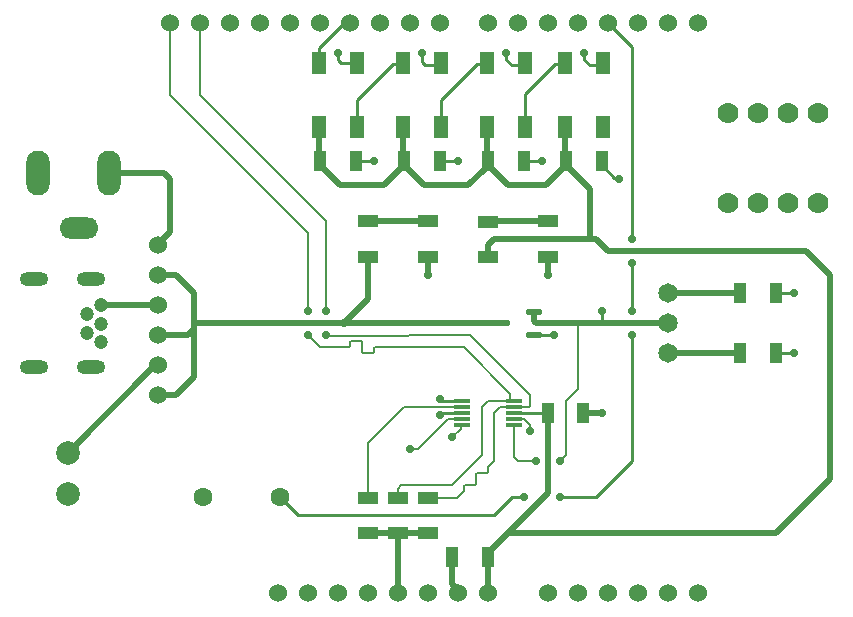
<source format=gtl>
G04*
G04 #@! TF.GenerationSoftware,Altium Limited,Altium Designer,25.4.2 (15)*
G04*
G04 Layer_Physical_Order=1*
G04 Layer_Color=255*
%FSLAX44Y44*%
%MOMM*%
G71*
G04*
G04 #@! TF.SameCoordinates,F20BE116-99DB-4855-A558-1B6AC0D64E7D*
G04*
G04*
G04 #@! TF.FilePolarity,Positive*
G04*
G01*
G75*
%ADD10C,0.1524*%
%ADD11C,0.2540*%
%ADD17R,1.1176X1.8034*%
%ADD18R,1.2065X1.9000*%
%ADD19R,1.8034X1.1176*%
G04:AMPARAMS|DCode=20|XSize=1.35mm|YSize=0.59mm|CornerRadius=0.1475mm|HoleSize=0mm|Usage=FLASHONLY|Rotation=180.000|XOffset=0mm|YOffset=0mm|HoleType=Round|Shape=RoundedRectangle|*
%AMROUNDEDRECTD20*
21,1,1.3500,0.2950,0,0,180.0*
21,1,1.0550,0.5900,0,0,180.0*
1,1,0.2950,-0.5275,0.1475*
1,1,0.2950,0.5275,0.1475*
1,1,0.2950,0.5275,-0.1475*
1,1,0.2950,-0.5275,-0.1475*
%
%ADD20ROUNDEDRECTD20*%
%ADD21R,1.4700X0.3000*%
%ADD22R,1.4500X0.3000*%
%ADD39C,0.1524*%
%ADD40C,0.5080*%
%ADD41C,1.6000*%
%ADD42C,1.5240*%
%ADD43C,1.7780*%
%ADD44O,2.4000X1.2000*%
%ADD45C,1.2000*%
%ADD46O,2.0000X3.8000*%
%ADD47O,3.3000X1.8000*%
%ADD48C,2.0000*%
%ADD49C,1.6500*%
%ADD50C,0.7112*%
D10*
X645160Y650240D02*
X751840Y543560D01*
X645160Y650240D02*
Y711200D01*
X751840Y467360D02*
Y543560D01*
X619760Y650240D02*
X736600Y533400D01*
Y467360D02*
Y533400D01*
X619760Y650240D02*
Y707763D01*
X965200Y401320D02*
Y457200D01*
X949960Y340360D02*
Y340600D01*
X955040Y391160D02*
X965200Y401320D01*
X955040Y345680D02*
Y391160D01*
X949960Y340600D02*
X955040Y345680D01*
X838200Y309372D02*
X862707D01*
X868680Y315345D01*
Y319147D01*
X787400Y309372D02*
Y355600D01*
X817800Y386000D02*
X867000D01*
X787400Y355600D02*
X817800Y386000D01*
X899080D02*
X911000D01*
X894080Y381000D02*
X899080Y386000D01*
X894080Y340360D02*
Y381000D01*
X889000Y335280D02*
X894080Y340360D01*
X889000Y331093D02*
Y335280D01*
X888107Y330200D02*
X889000Y331093D01*
X879733Y330200D02*
X888107D01*
X878840Y329307D02*
X879733Y330200D01*
X878840Y320933D02*
Y329307D01*
X877947Y320040D02*
X878840Y320933D01*
X869573Y320040D02*
X877947D01*
X868680Y319147D02*
X869573Y320040D01*
X815594D02*
X858520D01*
X812800Y317246D02*
X815594Y320040D01*
X812800Y309372D02*
Y317246D01*
X888840Y391000D02*
X908107D01*
X883920Y386080D02*
X888840Y391000D01*
X883920Y345440D02*
Y386080D01*
X858520Y320040D02*
X883920Y345440D01*
X771176Y437042D02*
X771714Y437580D01*
X746598Y437042D02*
X771176D01*
X771714Y437580D02*
X772160Y438026D01*
X736600Y447040D02*
X746598Y437042D01*
X772160Y438026D02*
Y441067D01*
X752856Y446024D02*
X771362D01*
X771377Y446024D01*
X751840Y447040D02*
X752856Y446024D01*
X771377Y446024D02*
X872497Y447040D01*
X873760D02*
X924406Y396394D01*
X872497Y447040D02*
X873760D01*
X908107Y391738D02*
X908845Y391000D01*
X908107Y391738D02*
Y397453D01*
X792480Y432693D02*
Y435987D01*
X793373Y436880D02*
X868680D01*
X792480Y435987D02*
X793373Y436880D01*
X791587Y431800D02*
X792480Y432693D01*
X783213Y431800D02*
X791587D01*
X782320Y432693D02*
X783213Y431800D01*
X782320Y432693D02*
Y441067D01*
X781427Y441960D02*
X782320Y441067D01*
X773053Y441960D02*
X781427D01*
X772160Y441067D02*
X773053Y441960D01*
X868680Y436880D02*
X908107Y397453D01*
X908845Y391000D02*
X911000D01*
Y376000D02*
X914320D01*
X919718Y375802D02*
X924560Y370960D01*
Y365760D02*
Y370960D01*
X914320Y376000D02*
X914518Y375802D01*
X919718D01*
X924406Y387091D02*
Y396394D01*
X923513Y386198D02*
X924406Y387091D01*
X911198Y386198D02*
X923513D01*
X911000Y386000D02*
X911198Y386198D01*
X914400Y340360D02*
X929640D01*
X911000Y343760D02*
Y371000D01*
Y343760D02*
X914400Y340360D01*
X865947Y368107D02*
Y370262D01*
X866685Y371000D02*
X867000D01*
X858520Y360680D02*
X865947Y368107D01*
Y370262D02*
X866685Y371000D01*
X822960Y350520D02*
X829742D01*
X855142Y375920D01*
X866920D01*
X867000Y376000D01*
D11*
X985266Y590931D02*
X995765Y580432D01*
X999448D01*
X1000323Y579557D01*
X1010920Y528320D02*
Y690880D01*
X990600Y711200D02*
X1010920Y690880D01*
Y467360D02*
Y508000D01*
Y340360D02*
Y447040D01*
X980440Y309880D02*
X1010920Y340360D01*
X778129Y646049D02*
X808636Y676556D01*
X778129Y623240D02*
Y646049D01*
X764976Y677240D02*
X778129D01*
X762000Y680216D02*
Y685800D01*
Y680216D02*
X764976Y677240D01*
X769730Y708770D02*
X772160Y711200D01*
X764650Y708770D02*
X769730D01*
X745871Y689991D02*
X764650Y708770D01*
X745871Y677240D02*
Y689991D01*
X816307Y676556D02*
X816991Y677240D01*
X808636Y676556D02*
X816307D01*
X920369Y623240D02*
Y651129D01*
X945796Y676556D01*
X849249Y646049D02*
X879756Y676556D01*
X909320Y675640D02*
X918769D01*
X904523Y680437D02*
X909320Y675640D01*
X904523Y680437D02*
Y685517D01*
X879756Y676556D02*
X887427D01*
X888111Y677240D01*
X849249Y623240D02*
Y646049D01*
X953467Y676556D02*
X954151Y677240D01*
X945796Y676556D02*
X953467D01*
X776986Y594360D02*
X792480D01*
X848106D02*
X863600D01*
X919226D02*
X934720D01*
X833120Y678616D02*
X836096Y675640D01*
X847649D01*
X833120Y678616D02*
Y685800D01*
X970563Y680437D02*
X975360Y675640D01*
X984809D01*
X970563Y680437D02*
Y685517D01*
X894080Y294640D02*
X909320Y309880D01*
X728460Y294640D02*
X894080D01*
X909320Y309880D02*
X919480D01*
X713220D02*
X728460Y294640D01*
X949960Y309880D02*
X980440D01*
X985520Y457200D02*
Y467360D01*
X927700Y447700D02*
X928030Y447370D01*
X944550D02*
X944880Y447040D01*
X928030Y447370D02*
X944550D01*
X619760Y707763D02*
Y711200D01*
X911000Y381000D02*
X939800D01*
X849597Y379142D02*
X851455Y381000D01*
X861250Y391000D02*
X867000D01*
X851225Y391230D02*
X861020D01*
X849597Y392858D02*
X851225Y391230D01*
X848360Y379142D02*
X849597D01*
X861020Y391230D02*
X861250Y391000D01*
X851455Y381000D02*
X867000D01*
X848360Y392858D02*
X849597D01*
X1132586Y431800D02*
X1148080D01*
X1132586Y482600D02*
X1148080D01*
D17*
X955294Y594360D02*
D03*
X985266D02*
D03*
X889254D02*
D03*
X919226D02*
D03*
X818134D02*
D03*
X848106D02*
D03*
X747014D02*
D03*
X776986D02*
D03*
X1132586Y431800D02*
D03*
X1102614D02*
D03*
X858774Y259080D02*
D03*
X888746D02*
D03*
X1102614Y482600D02*
D03*
X1132586D02*
D03*
X969772Y381000D02*
D03*
X939800D02*
D03*
D18*
X778129Y623240D02*
D03*
Y677240D02*
D03*
X745871Y623240D02*
D03*
Y677240D02*
D03*
X920369Y623240D02*
D03*
Y677240D02*
D03*
X888111Y623240D02*
D03*
Y677240D02*
D03*
X986409Y623240D02*
D03*
Y677240D02*
D03*
X954151Y623240D02*
D03*
Y677240D02*
D03*
X849249Y623240D02*
D03*
Y677240D02*
D03*
X816991Y623240D02*
D03*
Y677240D02*
D03*
D19*
X787400Y513588D02*
D03*
Y543560D02*
D03*
X889000Y543306D02*
D03*
Y513334D02*
D03*
X939800Y543560D02*
D03*
Y513588D02*
D03*
X838200Y309372D02*
D03*
Y279400D02*
D03*
X812800Y309372D02*
D03*
Y279400D02*
D03*
X787400Y309372D02*
D03*
Y279400D02*
D03*
X838200Y513588D02*
D03*
Y543560D02*
D03*
D20*
X927700Y447700D02*
D03*
X901100Y457200D02*
D03*
X927700Y466700D02*
D03*
D21*
X911000Y391000D02*
D03*
Y386000D02*
D03*
Y381000D02*
D03*
Y376000D02*
D03*
Y371000D02*
D03*
X867000D02*
D03*
Y376000D02*
D03*
Y381000D02*
D03*
Y386000D02*
D03*
D22*
Y391000D02*
D03*
D39*
X771714Y437580D02*
D03*
D40*
X747014Y590931D02*
X763905Y574040D01*
X801243D01*
X818134Y590931D01*
X745871Y623240D02*
X746442Y622668D01*
X747014Y590931D02*
Y594360D01*
X746442Y594931D02*
Y622668D01*
Y594931D02*
X747014Y594360D01*
X888682Y594931D02*
Y622668D01*
X888111Y623240D02*
X888682Y622668D01*
X918769Y675640D02*
X920369Y677240D01*
X888682Y594931D02*
X889254Y594360D01*
X985266Y590931D02*
Y594360D01*
X847649Y675640D02*
X849249Y677240D01*
X904240Y685800D02*
X904523Y685517D01*
X984809Y675640D02*
X986409Y677240D01*
X970280Y685800D02*
X970563Y685517D01*
X938403Y574040D02*
X955294Y590931D01*
X906145Y574040D02*
X938403D01*
X889254Y590931D02*
X906145Y574040D01*
X886206Y587883D02*
X886206D01*
X853341Y574104D02*
X872427D01*
X886206Y587883D01*
X853277Y574040D02*
X853341Y574104D01*
X835025Y574040D02*
X853277D01*
X818134Y590931D02*
X835025Y574040D01*
X818134Y590931D02*
Y594360D01*
X886206Y587883D02*
X889254Y590931D01*
Y594360D01*
X955294Y590931D02*
Y594360D01*
Y590931D02*
X975360Y570865D01*
Y528320D02*
Y570865D01*
Y528320D02*
X980440D01*
X954723Y594931D02*
X955294Y594360D01*
X954723Y594931D02*
Y622668D01*
X954151Y623240D02*
X954723Y622668D01*
X817562Y594931D02*
X818134Y594360D01*
X817562Y594931D02*
Y622668D01*
X816991Y623240D02*
X817562Y622668D01*
X894080Y528320D02*
X975360D01*
X889326Y523566D02*
X894080Y528320D01*
X939800Y313563D02*
Y381000D01*
X905637Y279400D02*
X939800Y313563D01*
X990600Y518160D02*
X1158240D01*
X1178560Y497840D01*
X980440Y528320D02*
X990600Y518160D01*
X1178560Y325120D02*
Y497840D01*
X1132840Y279400D02*
X1178560Y325120D01*
X905637Y279400D02*
X1132840D01*
X927700Y459140D02*
Y466700D01*
X889000Y513334D02*
X889326Y513660D01*
Y523566D01*
X888873Y258953D02*
Y262636D01*
X787400Y477520D02*
Y513588D01*
X767080Y457200D02*
X787400Y477520D01*
Y279400D02*
X812800D01*
X838200D01*
X812800Y228600D02*
Y279400D01*
X640588Y411988D02*
Y432054D01*
X640080Y452120D02*
Y457200D01*
X767080D01*
X640080Y452120D02*
X640588Y451612D01*
X640588Y432054D02*
X640588Y432054D01*
Y451612D01*
X640080Y457200D02*
Y482600D01*
X624840Y497840D02*
X640080Y482600D01*
X624840Y396240D02*
X640588Y411988D01*
X609600Y396240D02*
X624840D01*
X609600Y447040D02*
X635000D01*
X639572Y451612D01*
X607340Y421640D02*
X609600D01*
X533400Y347700D02*
X607340Y421640D01*
X561939Y472720D02*
X609320D01*
X609600Y472440D01*
X561659Y473000D02*
X561939Y472720D01*
X609600Y497840D02*
X624840D01*
X619760Y534633D02*
Y579120D01*
X609600Y524473D02*
X619760Y534633D01*
X609600Y523240D02*
Y524473D01*
X614680Y584200D02*
X619760Y579120D01*
X568000Y584200D02*
X614680D01*
X927700Y459140D02*
X929640Y457200D01*
X965200D01*
X985520D02*
X1041400D01*
X965200D02*
X985520D01*
X889254Y543560D02*
X939800D01*
Y497840D02*
Y513588D01*
X767080Y457200D02*
X901100D01*
X969772Y381000D02*
X985520D01*
X888873Y262636D02*
X905637Y279400D01*
X888746Y259080D02*
X888873Y258953D01*
X838200Y497840D02*
Y513588D01*
X1041400Y431800D02*
X1102614D01*
X1041400Y482600D02*
X1102614D01*
X858774Y236175D02*
Y259080D01*
Y236175D02*
X863600Y231349D01*
Y228600D02*
Y231349D01*
X888873Y228727D02*
Y258953D01*
Y228727D02*
X889000Y228600D01*
X787400Y543560D02*
X838200D01*
D41*
X713220Y309880D02*
D03*
X648220D02*
D03*
D42*
X609600Y523240D02*
D03*
Y497840D02*
D03*
Y472440D02*
D03*
Y447040D02*
D03*
Y396240D02*
D03*
Y421640D02*
D03*
X848360Y711200D02*
D03*
X822960D02*
D03*
X797560D02*
D03*
X772160D02*
D03*
X746760D02*
D03*
X721360D02*
D03*
X695960D02*
D03*
X670560D02*
D03*
X645160D02*
D03*
X619760D02*
D03*
X939800Y228600D02*
D03*
X965200D02*
D03*
X990600D02*
D03*
X1016000D02*
D03*
X1066800D02*
D03*
X1041400D02*
D03*
X1066800Y711200D02*
D03*
X1041400D02*
D03*
X1016000D02*
D03*
X990600D02*
D03*
X965200D02*
D03*
X939800D02*
D03*
X914400D02*
D03*
X889000D02*
D03*
X711200Y228600D02*
D03*
X736600D02*
D03*
X762000D02*
D03*
X787400D02*
D03*
X812800D02*
D03*
X838200D02*
D03*
X863600D02*
D03*
X889000D02*
D03*
D43*
X1143000Y558800D02*
D03*
X1168400D02*
D03*
X1092200D02*
D03*
X1117600D02*
D03*
X1143000Y635000D02*
D03*
X1168400D02*
D03*
X1092200D02*
D03*
X1117600D02*
D03*
D44*
X505141Y494400D02*
D03*
X552641D02*
D03*
Y420000D02*
D03*
X505141D02*
D03*
D45*
X561659Y441001D02*
D03*
Y457001D02*
D03*
X549622Y449002D02*
D03*
Y465002D02*
D03*
X561659Y473000D02*
D03*
D46*
X568000Y584200D02*
D03*
X508000D02*
D03*
D47*
X543000Y537700D02*
D03*
D48*
X533400Y312700D02*
D03*
Y347700D02*
D03*
D49*
X1041400Y431800D02*
D03*
Y457200D02*
D03*
Y482600D02*
D03*
D50*
X1000323Y579557D02*
D03*
X1010920Y528320D02*
D03*
Y508000D02*
D03*
Y467360D02*
D03*
Y447040D02*
D03*
X934720Y594360D02*
D03*
X863600D02*
D03*
X792480D02*
D03*
X970280Y685800D02*
D03*
X904240D02*
D03*
X833120D02*
D03*
X762000D02*
D03*
X919480Y309880D02*
D03*
X949960D02*
D03*
X985520Y467360D02*
D03*
X736600Y447040D02*
D03*
X751840D02*
D03*
Y467360D02*
D03*
X736600D02*
D03*
X944880Y447040D02*
D03*
X939800Y497840D02*
D03*
X767080Y457200D02*
D03*
X929640Y340360D02*
D03*
X949960D02*
D03*
X924560Y365760D02*
D03*
X858520Y360680D02*
D03*
X822960Y350520D02*
D03*
X848360Y379142D02*
D03*
Y392858D02*
D03*
X985520Y381000D02*
D03*
X838200Y497840D02*
D03*
X1148080Y431800D02*
D03*
Y482600D02*
D03*
M02*

</source>
